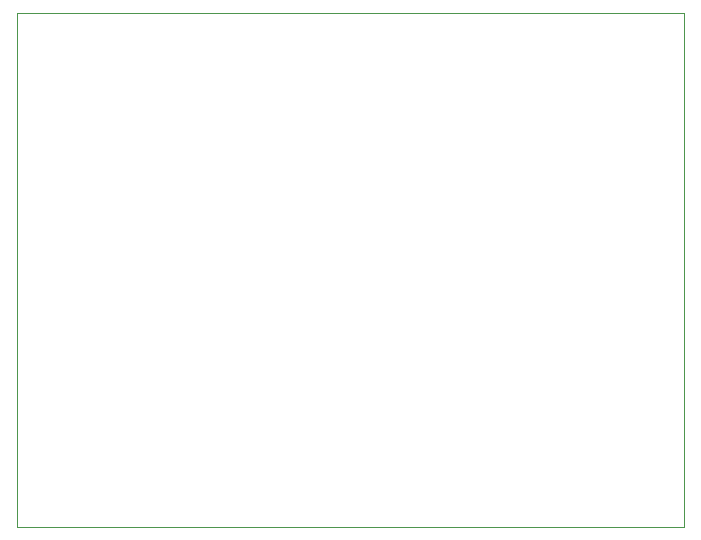
<source format=gbr>
%TF.GenerationSoftware,KiCad,Pcbnew,8.0.2-1*%
%TF.CreationDate,2024-05-21T18:09:58-07:00*%
%TF.ProjectId,pcb,7063622e-6b69-4636-9164-5f7063625858,rev?*%
%TF.SameCoordinates,Original*%
%TF.FileFunction,Profile,NP*%
%FSLAX46Y46*%
G04 Gerber Fmt 4.6, Leading zero omitted, Abs format (unit mm)*
G04 Created by KiCad (PCBNEW 8.0.2-1) date 2024-05-21 18:09:58*
%MOMM*%
%LPD*%
G01*
G04 APERTURE LIST*
%TA.AperFunction,Profile*%
%ADD10C,0.050000*%
%TD*%
G04 APERTURE END LIST*
D10*
X89500000Y-55500000D02*
X146000000Y-55500000D01*
X146000000Y-99000000D01*
X89500000Y-99000000D01*
X89500000Y-55500000D01*
M02*

</source>
